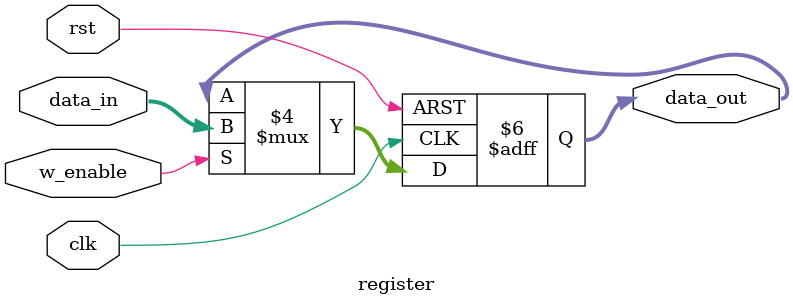
<source format=v>
module register(data_in, clk, rst, w_enable, data_out);

parameter size = 16;
input [size-1:0] data_in;
input clk, rst, w_enable;
output reg [size-1:0] data_out;


initial data_out <= 0;

always @(posedge clk, negedge rst)
if (!rst)
	data_out <= 0;
else if (w_enable)
	data_out <= data_in;
	
endmodule
							

</source>
